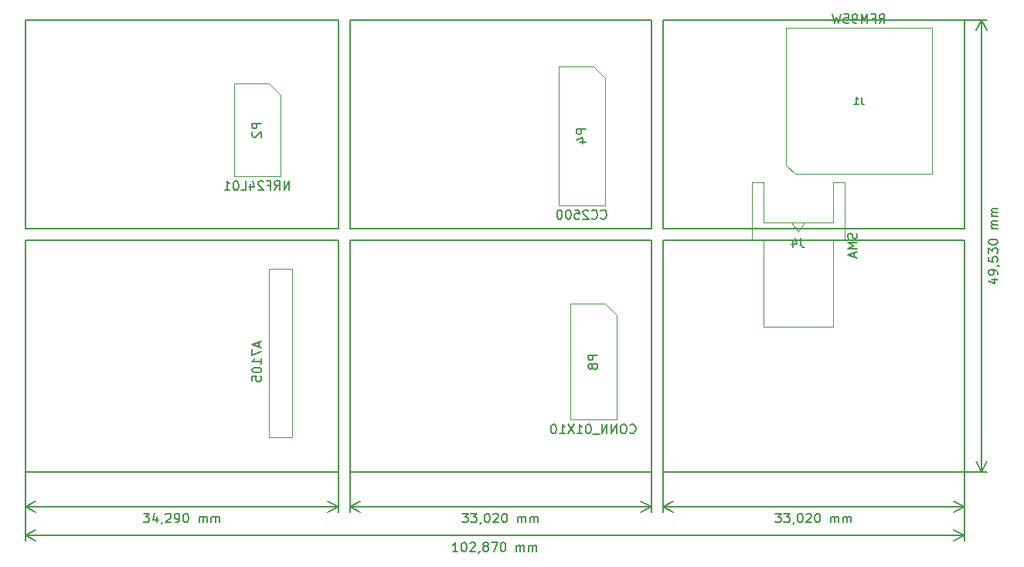
<source format=gbr>
G04 #@! TF.GenerationSoftware,KiCad,Pcbnew,(5.1.5)-3*
G04 #@! TF.CreationDate,2021-05-15T17:54:47+02:00*
G04 #@! TF.ProjectId,Adaptateurs_NiveauxSPI,41646170-7461-4746-9575-72735f4e6976,rev?*
G04 #@! TF.SameCoordinates,Original*
G04 #@! TF.FileFunction,Other,Fab,Bot*
%FSLAX46Y46*%
G04 Gerber Fmt 4.6, Leading zero omitted, Abs format (unit mm)*
G04 Created by KiCad (PCBNEW (5.1.5)-3) date 2021-05-15 17:54:47*
%MOMM*%
%LPD*%
G04 APERTURE LIST*
%ADD10C,0.150000*%
%ADD11C,0.200000*%
%ADD12C,0.100000*%
%ADD13C,0.120000*%
G04 APERTURE END LIST*
D10*
X213810714Y-91931666D02*
X214477380Y-91931666D01*
X213429761Y-92169761D02*
X214144047Y-92407857D01*
X214144047Y-91788809D01*
X214477380Y-91360238D02*
X214477380Y-91169761D01*
X214429761Y-91074523D01*
X214382142Y-91026904D01*
X214239285Y-90931666D01*
X214048809Y-90884047D01*
X213667857Y-90884047D01*
X213572619Y-90931666D01*
X213525000Y-90979285D01*
X213477380Y-91074523D01*
X213477380Y-91265000D01*
X213525000Y-91360238D01*
X213572619Y-91407857D01*
X213667857Y-91455476D01*
X213905952Y-91455476D01*
X214001190Y-91407857D01*
X214048809Y-91360238D01*
X214096428Y-91265000D01*
X214096428Y-91074523D01*
X214048809Y-90979285D01*
X214001190Y-90931666D01*
X213905952Y-90884047D01*
X214429761Y-90407857D02*
X214477380Y-90407857D01*
X214572619Y-90455476D01*
X214620238Y-90503095D01*
X213477380Y-89503095D02*
X213477380Y-89979285D01*
X213953571Y-90026904D01*
X213905952Y-89979285D01*
X213858333Y-89884047D01*
X213858333Y-89645952D01*
X213905952Y-89550714D01*
X213953571Y-89503095D01*
X214048809Y-89455476D01*
X214286904Y-89455476D01*
X214382142Y-89503095D01*
X214429761Y-89550714D01*
X214477380Y-89645952D01*
X214477380Y-89884047D01*
X214429761Y-89979285D01*
X214382142Y-90026904D01*
X213477380Y-89122142D02*
X213477380Y-88503095D01*
X213858333Y-88836428D01*
X213858333Y-88693571D01*
X213905952Y-88598333D01*
X213953571Y-88550714D01*
X214048809Y-88503095D01*
X214286904Y-88503095D01*
X214382142Y-88550714D01*
X214429761Y-88598333D01*
X214477380Y-88693571D01*
X214477380Y-88979285D01*
X214429761Y-89074523D01*
X214382142Y-89122142D01*
X213477380Y-87884047D02*
X213477380Y-87788809D01*
X213525000Y-87693571D01*
X213572619Y-87645952D01*
X213667857Y-87598333D01*
X213858333Y-87550714D01*
X214096428Y-87550714D01*
X214286904Y-87598333D01*
X214382142Y-87645952D01*
X214429761Y-87693571D01*
X214477380Y-87788809D01*
X214477380Y-87884047D01*
X214429761Y-87979285D01*
X214382142Y-88026904D01*
X214286904Y-88074523D01*
X214096428Y-88122142D01*
X213858333Y-88122142D01*
X213667857Y-88074523D01*
X213572619Y-88026904D01*
X213525000Y-87979285D01*
X213477380Y-87884047D01*
X214477380Y-86360238D02*
X213810714Y-86360238D01*
X213905952Y-86360238D02*
X213858333Y-86312619D01*
X213810714Y-86217380D01*
X213810714Y-86074523D01*
X213858333Y-85979285D01*
X213953571Y-85931666D01*
X214477380Y-85931666D01*
X213953571Y-85931666D02*
X213858333Y-85884047D01*
X213810714Y-85788809D01*
X213810714Y-85645952D01*
X213858333Y-85550714D01*
X213953571Y-85503095D01*
X214477380Y-85503095D01*
X214477380Y-85026904D02*
X213810714Y-85026904D01*
X213905952Y-85026904D02*
X213858333Y-84979285D01*
X213810714Y-84884047D01*
X213810714Y-84741190D01*
X213858333Y-84645952D01*
X213953571Y-84598333D01*
X214477380Y-84598333D01*
X213953571Y-84598333D02*
X213858333Y-84550714D01*
X213810714Y-84455476D01*
X213810714Y-84312619D01*
X213858333Y-84217380D01*
X213953571Y-84169761D01*
X214477380Y-84169761D01*
X212725000Y-113030000D02*
X212725000Y-63500000D01*
X210820000Y-113030000D02*
X213311421Y-113030000D01*
X210820000Y-63500000D02*
X213311421Y-63500000D01*
X212725000Y-63500000D02*
X213311421Y-64626504D01*
X212725000Y-63500000D02*
X212138579Y-64626504D01*
X212725000Y-113030000D02*
X213311421Y-111903496D01*
X212725000Y-113030000D02*
X212138579Y-111903496D01*
X155337380Y-121767379D02*
X154765952Y-121767379D01*
X155051666Y-121767379D02*
X155051666Y-120767379D01*
X154956428Y-120910237D01*
X154861190Y-121005475D01*
X154765952Y-121053094D01*
X155956428Y-120767379D02*
X156051666Y-120767379D01*
X156146904Y-120814999D01*
X156194523Y-120862618D01*
X156242142Y-120957856D01*
X156289761Y-121148332D01*
X156289761Y-121386427D01*
X156242142Y-121576903D01*
X156194523Y-121672141D01*
X156146904Y-121719760D01*
X156051666Y-121767379D01*
X155956428Y-121767379D01*
X155861190Y-121719760D01*
X155813571Y-121672141D01*
X155765952Y-121576903D01*
X155718333Y-121386427D01*
X155718333Y-121148332D01*
X155765952Y-120957856D01*
X155813571Y-120862618D01*
X155861190Y-120814999D01*
X155956428Y-120767379D01*
X156670714Y-120862618D02*
X156718333Y-120814999D01*
X156813571Y-120767379D01*
X157051666Y-120767379D01*
X157146904Y-120814999D01*
X157194523Y-120862618D01*
X157242142Y-120957856D01*
X157242142Y-121053094D01*
X157194523Y-121195951D01*
X156623095Y-121767379D01*
X157242142Y-121767379D01*
X157718333Y-121719760D02*
X157718333Y-121767379D01*
X157670714Y-121862618D01*
X157623095Y-121910237D01*
X158289761Y-121195951D02*
X158194523Y-121148332D01*
X158146904Y-121100713D01*
X158099285Y-121005475D01*
X158099285Y-120957856D01*
X158146904Y-120862618D01*
X158194523Y-120814999D01*
X158289761Y-120767379D01*
X158480238Y-120767379D01*
X158575476Y-120814999D01*
X158623095Y-120862618D01*
X158670714Y-120957856D01*
X158670714Y-121005475D01*
X158623095Y-121100713D01*
X158575476Y-121148332D01*
X158480238Y-121195951D01*
X158289761Y-121195951D01*
X158194523Y-121243570D01*
X158146904Y-121291189D01*
X158099285Y-121386427D01*
X158099285Y-121576903D01*
X158146904Y-121672141D01*
X158194523Y-121719760D01*
X158289761Y-121767379D01*
X158480238Y-121767379D01*
X158575476Y-121719760D01*
X158623095Y-121672141D01*
X158670714Y-121576903D01*
X158670714Y-121386427D01*
X158623095Y-121291189D01*
X158575476Y-121243570D01*
X158480238Y-121195951D01*
X159004047Y-120767379D02*
X159670714Y-120767379D01*
X159242142Y-121767379D01*
X160242142Y-120767379D02*
X160337380Y-120767379D01*
X160432619Y-120814999D01*
X160480238Y-120862618D01*
X160527857Y-120957856D01*
X160575476Y-121148332D01*
X160575476Y-121386427D01*
X160527857Y-121576903D01*
X160480238Y-121672141D01*
X160432619Y-121719760D01*
X160337380Y-121767379D01*
X160242142Y-121767379D01*
X160146904Y-121719760D01*
X160099285Y-121672141D01*
X160051666Y-121576903D01*
X160004047Y-121386427D01*
X160004047Y-121148332D01*
X160051666Y-120957856D01*
X160099285Y-120862618D01*
X160146904Y-120814999D01*
X160242142Y-120767379D01*
X161765952Y-121767379D02*
X161765952Y-121100713D01*
X161765952Y-121195951D02*
X161813571Y-121148332D01*
X161908809Y-121100713D01*
X162051666Y-121100713D01*
X162146904Y-121148332D01*
X162194523Y-121243570D01*
X162194523Y-121767379D01*
X162194523Y-121243570D02*
X162242142Y-121148332D01*
X162337380Y-121100713D01*
X162480238Y-121100713D01*
X162575476Y-121148332D01*
X162623095Y-121243570D01*
X162623095Y-121767379D01*
X163099285Y-121767379D02*
X163099285Y-121100713D01*
X163099285Y-121195951D02*
X163146904Y-121148332D01*
X163242142Y-121100713D01*
X163385000Y-121100713D01*
X163480238Y-121148332D01*
X163527857Y-121243570D01*
X163527857Y-121767379D01*
X163527857Y-121243570D02*
X163575476Y-121148332D01*
X163670714Y-121100713D01*
X163813571Y-121100713D01*
X163908809Y-121148332D01*
X163956428Y-121243570D01*
X163956428Y-121767379D01*
X107950000Y-120014999D02*
X210820000Y-120014999D01*
X107950000Y-113030000D02*
X107950000Y-120601420D01*
X210820000Y-113030000D02*
X210820000Y-120601420D01*
X210820000Y-120014999D02*
X209693496Y-120601420D01*
X210820000Y-120014999D02*
X209693496Y-119428578D01*
X107950000Y-120014999D02*
X109076504Y-120601420D01*
X107950000Y-120014999D02*
X109076504Y-119428578D01*
X120904523Y-117592379D02*
X121523571Y-117592379D01*
X121190238Y-117973332D01*
X121333095Y-117973332D01*
X121428333Y-118020951D01*
X121475952Y-118068570D01*
X121523571Y-118163808D01*
X121523571Y-118401903D01*
X121475952Y-118497141D01*
X121428333Y-118544760D01*
X121333095Y-118592379D01*
X121047380Y-118592379D01*
X120952142Y-118544760D01*
X120904523Y-118497141D01*
X122380714Y-117925713D02*
X122380714Y-118592379D01*
X122142619Y-117544760D02*
X121904523Y-118259046D01*
X122523571Y-118259046D01*
X122952142Y-118544760D02*
X122952142Y-118592379D01*
X122904523Y-118687618D01*
X122856904Y-118735237D01*
X123333095Y-117687618D02*
X123380714Y-117639999D01*
X123475952Y-117592379D01*
X123714047Y-117592379D01*
X123809285Y-117639999D01*
X123856904Y-117687618D01*
X123904523Y-117782856D01*
X123904523Y-117878094D01*
X123856904Y-118020951D01*
X123285476Y-118592379D01*
X123904523Y-118592379D01*
X124380714Y-118592379D02*
X124571190Y-118592379D01*
X124666428Y-118544760D01*
X124714047Y-118497141D01*
X124809285Y-118354284D01*
X124856904Y-118163808D01*
X124856904Y-117782856D01*
X124809285Y-117687618D01*
X124761666Y-117639999D01*
X124666428Y-117592379D01*
X124475952Y-117592379D01*
X124380714Y-117639999D01*
X124333095Y-117687618D01*
X124285476Y-117782856D01*
X124285476Y-118020951D01*
X124333095Y-118116189D01*
X124380714Y-118163808D01*
X124475952Y-118211427D01*
X124666428Y-118211427D01*
X124761666Y-118163808D01*
X124809285Y-118116189D01*
X124856904Y-118020951D01*
X125475952Y-117592379D02*
X125571190Y-117592379D01*
X125666428Y-117639999D01*
X125714047Y-117687618D01*
X125761666Y-117782856D01*
X125809285Y-117973332D01*
X125809285Y-118211427D01*
X125761666Y-118401903D01*
X125714047Y-118497141D01*
X125666428Y-118544760D01*
X125571190Y-118592379D01*
X125475952Y-118592379D01*
X125380714Y-118544760D01*
X125333095Y-118497141D01*
X125285476Y-118401903D01*
X125237857Y-118211427D01*
X125237857Y-117973332D01*
X125285476Y-117782856D01*
X125333095Y-117687618D01*
X125380714Y-117639999D01*
X125475952Y-117592379D01*
X126999761Y-118592379D02*
X126999761Y-117925713D01*
X126999761Y-118020951D02*
X127047380Y-117973332D01*
X127142619Y-117925713D01*
X127285476Y-117925713D01*
X127380714Y-117973332D01*
X127428333Y-118068570D01*
X127428333Y-118592379D01*
X127428333Y-118068570D02*
X127475952Y-117973332D01*
X127571190Y-117925713D01*
X127714047Y-117925713D01*
X127809285Y-117973332D01*
X127856904Y-118068570D01*
X127856904Y-118592379D01*
X128333095Y-118592379D02*
X128333095Y-117925713D01*
X128333095Y-118020951D02*
X128380714Y-117973332D01*
X128475952Y-117925713D01*
X128618809Y-117925713D01*
X128714047Y-117973332D01*
X128761666Y-118068570D01*
X128761666Y-118592379D01*
X128761666Y-118068570D02*
X128809285Y-117973332D01*
X128904523Y-117925713D01*
X129047380Y-117925713D01*
X129142619Y-117973332D01*
X129190238Y-118068570D01*
X129190238Y-118592379D01*
X107950000Y-116839999D02*
X142240000Y-116839999D01*
X107950000Y-113030000D02*
X107950000Y-117426420D01*
X142240000Y-113030000D02*
X142240000Y-117426420D01*
X142240000Y-116839999D02*
X141113496Y-117426420D01*
X142240000Y-116839999D02*
X141113496Y-116253578D01*
X107950000Y-116839999D02*
X109076504Y-117426420D01*
X107950000Y-116839999D02*
X109076504Y-116253578D01*
X155829523Y-117592379D02*
X156448571Y-117592379D01*
X156115238Y-117973332D01*
X156258095Y-117973332D01*
X156353333Y-118020951D01*
X156400952Y-118068570D01*
X156448571Y-118163808D01*
X156448571Y-118401903D01*
X156400952Y-118497141D01*
X156353333Y-118544760D01*
X156258095Y-118592379D01*
X155972380Y-118592379D01*
X155877142Y-118544760D01*
X155829523Y-118497141D01*
X156781904Y-117592379D02*
X157400952Y-117592379D01*
X157067619Y-117973332D01*
X157210476Y-117973332D01*
X157305714Y-118020951D01*
X157353333Y-118068570D01*
X157400952Y-118163808D01*
X157400952Y-118401903D01*
X157353333Y-118497141D01*
X157305714Y-118544760D01*
X157210476Y-118592379D01*
X156924761Y-118592379D01*
X156829523Y-118544760D01*
X156781904Y-118497141D01*
X157877142Y-118544760D02*
X157877142Y-118592379D01*
X157829523Y-118687618D01*
X157781904Y-118735237D01*
X158496190Y-117592379D02*
X158591428Y-117592379D01*
X158686666Y-117639999D01*
X158734285Y-117687618D01*
X158781904Y-117782856D01*
X158829523Y-117973332D01*
X158829523Y-118211427D01*
X158781904Y-118401903D01*
X158734285Y-118497141D01*
X158686666Y-118544760D01*
X158591428Y-118592379D01*
X158496190Y-118592379D01*
X158400952Y-118544760D01*
X158353333Y-118497141D01*
X158305714Y-118401903D01*
X158258095Y-118211427D01*
X158258095Y-117973332D01*
X158305714Y-117782856D01*
X158353333Y-117687618D01*
X158400952Y-117639999D01*
X158496190Y-117592379D01*
X159210476Y-117687618D02*
X159258095Y-117639999D01*
X159353333Y-117592379D01*
X159591428Y-117592379D01*
X159686666Y-117639999D01*
X159734285Y-117687618D01*
X159781904Y-117782856D01*
X159781904Y-117878094D01*
X159734285Y-118020951D01*
X159162857Y-118592379D01*
X159781904Y-118592379D01*
X160400952Y-117592379D02*
X160496190Y-117592379D01*
X160591428Y-117639999D01*
X160639047Y-117687618D01*
X160686666Y-117782856D01*
X160734285Y-117973332D01*
X160734285Y-118211427D01*
X160686666Y-118401903D01*
X160639047Y-118497141D01*
X160591428Y-118544760D01*
X160496190Y-118592379D01*
X160400952Y-118592379D01*
X160305714Y-118544760D01*
X160258095Y-118497141D01*
X160210476Y-118401903D01*
X160162857Y-118211427D01*
X160162857Y-117973332D01*
X160210476Y-117782856D01*
X160258095Y-117687618D01*
X160305714Y-117639999D01*
X160400952Y-117592379D01*
X161924761Y-118592379D02*
X161924761Y-117925713D01*
X161924761Y-118020951D02*
X161972380Y-117973332D01*
X162067619Y-117925713D01*
X162210476Y-117925713D01*
X162305714Y-117973332D01*
X162353333Y-118068570D01*
X162353333Y-118592379D01*
X162353333Y-118068570D02*
X162400952Y-117973332D01*
X162496190Y-117925713D01*
X162639047Y-117925713D01*
X162734285Y-117973332D01*
X162781904Y-118068570D01*
X162781904Y-118592379D01*
X163258095Y-118592379D02*
X163258095Y-117925713D01*
X163258095Y-118020951D02*
X163305714Y-117973332D01*
X163400952Y-117925713D01*
X163543809Y-117925713D01*
X163639047Y-117973332D01*
X163686666Y-118068570D01*
X163686666Y-118592379D01*
X163686666Y-118068570D02*
X163734285Y-117973332D01*
X163829523Y-117925713D01*
X163972380Y-117925713D01*
X164067619Y-117973332D01*
X164115238Y-118068570D01*
X164115238Y-118592379D01*
X143510000Y-116839999D02*
X176530000Y-116839999D01*
X143510000Y-113030000D02*
X143510000Y-117426420D01*
X176530000Y-113030000D02*
X176530000Y-117426420D01*
X176530000Y-116839999D02*
X175403496Y-117426420D01*
X176530000Y-116839999D02*
X175403496Y-116253578D01*
X143510000Y-116839999D02*
X144636504Y-117426420D01*
X143510000Y-116839999D02*
X144636504Y-116253578D01*
X190119523Y-117592379D02*
X190738571Y-117592379D01*
X190405238Y-117973332D01*
X190548095Y-117973332D01*
X190643333Y-118020951D01*
X190690952Y-118068570D01*
X190738571Y-118163808D01*
X190738571Y-118401903D01*
X190690952Y-118497141D01*
X190643333Y-118544760D01*
X190548095Y-118592379D01*
X190262380Y-118592379D01*
X190167142Y-118544760D01*
X190119523Y-118497141D01*
X191071904Y-117592379D02*
X191690952Y-117592379D01*
X191357619Y-117973332D01*
X191500476Y-117973332D01*
X191595714Y-118020951D01*
X191643333Y-118068570D01*
X191690952Y-118163808D01*
X191690952Y-118401903D01*
X191643333Y-118497141D01*
X191595714Y-118544760D01*
X191500476Y-118592379D01*
X191214761Y-118592379D01*
X191119523Y-118544760D01*
X191071904Y-118497141D01*
X192167142Y-118544760D02*
X192167142Y-118592379D01*
X192119523Y-118687618D01*
X192071904Y-118735237D01*
X192786190Y-117592379D02*
X192881428Y-117592379D01*
X192976666Y-117639999D01*
X193024285Y-117687618D01*
X193071904Y-117782856D01*
X193119523Y-117973332D01*
X193119523Y-118211427D01*
X193071904Y-118401903D01*
X193024285Y-118497141D01*
X192976666Y-118544760D01*
X192881428Y-118592379D01*
X192786190Y-118592379D01*
X192690952Y-118544760D01*
X192643333Y-118497141D01*
X192595714Y-118401903D01*
X192548095Y-118211427D01*
X192548095Y-117973332D01*
X192595714Y-117782856D01*
X192643333Y-117687618D01*
X192690952Y-117639999D01*
X192786190Y-117592379D01*
X193500476Y-117687618D02*
X193548095Y-117639999D01*
X193643333Y-117592379D01*
X193881428Y-117592379D01*
X193976666Y-117639999D01*
X194024285Y-117687618D01*
X194071904Y-117782856D01*
X194071904Y-117878094D01*
X194024285Y-118020951D01*
X193452857Y-118592379D01*
X194071904Y-118592379D01*
X194690952Y-117592379D02*
X194786190Y-117592379D01*
X194881428Y-117639999D01*
X194929047Y-117687618D01*
X194976666Y-117782856D01*
X195024285Y-117973332D01*
X195024285Y-118211427D01*
X194976666Y-118401903D01*
X194929047Y-118497141D01*
X194881428Y-118544760D01*
X194786190Y-118592379D01*
X194690952Y-118592379D01*
X194595714Y-118544760D01*
X194548095Y-118497141D01*
X194500476Y-118401903D01*
X194452857Y-118211427D01*
X194452857Y-117973332D01*
X194500476Y-117782856D01*
X194548095Y-117687618D01*
X194595714Y-117639999D01*
X194690952Y-117592379D01*
X196214761Y-118592379D02*
X196214761Y-117925713D01*
X196214761Y-118020951D02*
X196262380Y-117973332D01*
X196357619Y-117925713D01*
X196500476Y-117925713D01*
X196595714Y-117973332D01*
X196643333Y-118068570D01*
X196643333Y-118592379D01*
X196643333Y-118068570D02*
X196690952Y-117973332D01*
X196786190Y-117925713D01*
X196929047Y-117925713D01*
X197024285Y-117973332D01*
X197071904Y-118068570D01*
X197071904Y-118592379D01*
X197548095Y-118592379D02*
X197548095Y-117925713D01*
X197548095Y-118020951D02*
X197595714Y-117973332D01*
X197690952Y-117925713D01*
X197833809Y-117925713D01*
X197929047Y-117973332D01*
X197976666Y-118068570D01*
X197976666Y-118592379D01*
X197976666Y-118068570D02*
X198024285Y-117973332D01*
X198119523Y-117925713D01*
X198262380Y-117925713D01*
X198357619Y-117973332D01*
X198405238Y-118068570D01*
X198405238Y-118592379D01*
X177800000Y-116839999D02*
X210820000Y-116839999D01*
X177800000Y-113030000D02*
X177800000Y-117426420D01*
X210820000Y-113030000D02*
X210820000Y-117426420D01*
X210820000Y-116839999D02*
X209693496Y-117426420D01*
X210820000Y-116839999D02*
X209693496Y-116253578D01*
X177800000Y-116839999D02*
X178926504Y-117426420D01*
X177800000Y-116839999D02*
X178926504Y-116253578D01*
X177800000Y-113030000D02*
X177800000Y-87630000D01*
X210820000Y-113030000D02*
X177800000Y-113030000D01*
X210820000Y-87630000D02*
X210820000Y-113030000D01*
X187520000Y-87630000D02*
X210820000Y-87630000D01*
X210820000Y-86360000D02*
X187325000Y-86360000D01*
X210820000Y-63500000D02*
X210820000Y-86360000D01*
X177800000Y-63500000D02*
X210820000Y-63500000D01*
X177800000Y-86360000D02*
X177800000Y-63500000D01*
X187325000Y-86360000D02*
X177800000Y-86360000D01*
X177800000Y-87630000D02*
X188790000Y-87630000D01*
D11*
X143510000Y-87630000D02*
X143510000Y-113030000D01*
X176530000Y-87630000D02*
X143510000Y-87630000D01*
X176530000Y-113030000D02*
X176530000Y-87630000D01*
X143510000Y-113030000D02*
X176530000Y-113030000D01*
X142240000Y-87630000D02*
X107950000Y-87630000D01*
X142240000Y-113030000D02*
X142240000Y-87630000D01*
X107950000Y-113030000D02*
X142240000Y-113030000D01*
X107950000Y-87630000D02*
X107950000Y-113030000D01*
X143510000Y-63500000D02*
X143510000Y-86360000D01*
X176530000Y-63500000D02*
X143510000Y-63500000D01*
X176530000Y-86360000D02*
X176530000Y-63500000D01*
X143510000Y-86360000D02*
X176530000Y-86360000D01*
X107950000Y-63500000D02*
X107950000Y-86360000D01*
X142240000Y-63500000D02*
X107950000Y-63500000D01*
X142240000Y-86360000D02*
X142240000Y-63500000D01*
X107950000Y-86360000D02*
X142240000Y-86360000D01*
D12*
X135890000Y-71755000D02*
X134620000Y-70485000D01*
X135890000Y-80645000D02*
X135890000Y-71755000D01*
X130810000Y-80645000D02*
X135890000Y-80645000D01*
X130810000Y-70485000D02*
X130810000Y-80645000D01*
X134620000Y-70485000D02*
X130810000Y-70485000D01*
X170180000Y-68580000D02*
X166370000Y-68580000D01*
X166370000Y-68580000D02*
X166370000Y-83820000D01*
X166370000Y-83820000D02*
X171450000Y-83820000D01*
X171450000Y-83820000D02*
X171450000Y-69850000D01*
X171450000Y-69850000D02*
X170180000Y-68580000D01*
X134620000Y-90805000D02*
X134620000Y-109220000D01*
X137160000Y-109220000D02*
X137160000Y-90805000D01*
X137160000Y-109220000D02*
X134620000Y-109220000D01*
X134620000Y-90805000D02*
X137160000Y-90805000D01*
X171450000Y-94615000D02*
X167640000Y-94615000D01*
X167640000Y-94615000D02*
X167640000Y-107315000D01*
X167640000Y-107315000D02*
X172720000Y-107315000D01*
X172720000Y-107315000D02*
X172720000Y-95885000D01*
X172720000Y-95885000D02*
X171450000Y-94615000D01*
D13*
X191280000Y-64405000D02*
X207280000Y-64405000D01*
X207280000Y-64405000D02*
X207280000Y-80405000D01*
X207280000Y-80405000D02*
X192280000Y-80405000D01*
X192280000Y-80405000D02*
X191280000Y-79405000D01*
X191280000Y-79405000D02*
X191280000Y-64405000D01*
D12*
X197680000Y-81275000D02*
X197680000Y-87630000D01*
X196410000Y-81275000D02*
X197680000Y-81275000D01*
X196410000Y-85725000D02*
X196410000Y-81275000D01*
X188790000Y-85725000D02*
X196410000Y-85725000D01*
X188790000Y-81275000D02*
X188790000Y-85725000D01*
X187520000Y-81275000D02*
X188790000Y-81275000D01*
X187520000Y-81275000D02*
X187520000Y-87630000D01*
X188790000Y-87630000D02*
X187520000Y-87630000D01*
X197680000Y-87630000D02*
X196410000Y-87630000D01*
X196410000Y-97155000D02*
X196410000Y-87630000D01*
X188790000Y-97155000D02*
X196410000Y-97155000D01*
X188790000Y-87630000D02*
X188790000Y-97155000D01*
X191850000Y-85725000D02*
X192600000Y-86725000D01*
X192600000Y-86725000D02*
X193350000Y-85725000D01*
D10*
X136873809Y-82157380D02*
X136873809Y-81157380D01*
X136302380Y-82157380D01*
X136302380Y-81157380D01*
X135254761Y-82157380D02*
X135588095Y-81681190D01*
X135826190Y-82157380D02*
X135826190Y-81157380D01*
X135445238Y-81157380D01*
X135350000Y-81205000D01*
X135302380Y-81252619D01*
X135254761Y-81347857D01*
X135254761Y-81490714D01*
X135302380Y-81585952D01*
X135350000Y-81633571D01*
X135445238Y-81681190D01*
X135826190Y-81681190D01*
X134492857Y-81633571D02*
X134826190Y-81633571D01*
X134826190Y-82157380D02*
X134826190Y-81157380D01*
X134350000Y-81157380D01*
X134016666Y-81252619D02*
X133969047Y-81205000D01*
X133873809Y-81157380D01*
X133635714Y-81157380D01*
X133540476Y-81205000D01*
X133492857Y-81252619D01*
X133445238Y-81347857D01*
X133445238Y-81443095D01*
X133492857Y-81585952D01*
X134064285Y-82157380D01*
X133445238Y-82157380D01*
X132588095Y-81490714D02*
X132588095Y-82157380D01*
X132826190Y-81109761D02*
X133064285Y-81824047D01*
X132445238Y-81824047D01*
X131588095Y-82157380D02*
X132064285Y-82157380D01*
X132064285Y-81157380D01*
X131064285Y-81157380D02*
X130969047Y-81157380D01*
X130873809Y-81205000D01*
X130826190Y-81252619D01*
X130778571Y-81347857D01*
X130730952Y-81538333D01*
X130730952Y-81776428D01*
X130778571Y-81966904D01*
X130826190Y-82062142D01*
X130873809Y-82109761D01*
X130969047Y-82157380D01*
X131064285Y-82157380D01*
X131159523Y-82109761D01*
X131207142Y-82062142D01*
X131254761Y-81966904D01*
X131302380Y-81776428D01*
X131302380Y-81538333D01*
X131254761Y-81347857D01*
X131207142Y-81252619D01*
X131159523Y-81205000D01*
X131064285Y-81157380D01*
X129778571Y-82157380D02*
X130350000Y-82157380D01*
X130064285Y-82157380D02*
X130064285Y-81157380D01*
X130159523Y-81300238D01*
X130254761Y-81395476D01*
X130350000Y-81443095D01*
X133802380Y-74826904D02*
X132802380Y-74826904D01*
X132802380Y-75207857D01*
X132850000Y-75303095D01*
X132897619Y-75350714D01*
X132992857Y-75398333D01*
X133135714Y-75398333D01*
X133230952Y-75350714D01*
X133278571Y-75303095D01*
X133326190Y-75207857D01*
X133326190Y-74826904D01*
X132897619Y-75779285D02*
X132850000Y-75826904D01*
X132802380Y-75922142D01*
X132802380Y-76160238D01*
X132850000Y-76255476D01*
X132897619Y-76303095D01*
X132992857Y-76350714D01*
X133088095Y-76350714D01*
X133230952Y-76303095D01*
X133802380Y-75731666D01*
X133802380Y-76350714D01*
X171005238Y-85237142D02*
X171052857Y-85284761D01*
X171195714Y-85332380D01*
X171290952Y-85332380D01*
X171433809Y-85284761D01*
X171529047Y-85189523D01*
X171576666Y-85094285D01*
X171624285Y-84903809D01*
X171624285Y-84760952D01*
X171576666Y-84570476D01*
X171529047Y-84475238D01*
X171433809Y-84380000D01*
X171290952Y-84332380D01*
X171195714Y-84332380D01*
X171052857Y-84380000D01*
X171005238Y-84427619D01*
X170005238Y-85237142D02*
X170052857Y-85284761D01*
X170195714Y-85332380D01*
X170290952Y-85332380D01*
X170433809Y-85284761D01*
X170529047Y-85189523D01*
X170576666Y-85094285D01*
X170624285Y-84903809D01*
X170624285Y-84760952D01*
X170576666Y-84570476D01*
X170529047Y-84475238D01*
X170433809Y-84380000D01*
X170290952Y-84332380D01*
X170195714Y-84332380D01*
X170052857Y-84380000D01*
X170005238Y-84427619D01*
X169624285Y-84427619D02*
X169576666Y-84380000D01*
X169481428Y-84332380D01*
X169243333Y-84332380D01*
X169148095Y-84380000D01*
X169100476Y-84427619D01*
X169052857Y-84522857D01*
X169052857Y-84618095D01*
X169100476Y-84760952D01*
X169671904Y-85332380D01*
X169052857Y-85332380D01*
X168148095Y-84332380D02*
X168624285Y-84332380D01*
X168671904Y-84808571D01*
X168624285Y-84760952D01*
X168529047Y-84713333D01*
X168290952Y-84713333D01*
X168195714Y-84760952D01*
X168148095Y-84808571D01*
X168100476Y-84903809D01*
X168100476Y-85141904D01*
X168148095Y-85237142D01*
X168195714Y-85284761D01*
X168290952Y-85332380D01*
X168529047Y-85332380D01*
X168624285Y-85284761D01*
X168671904Y-85237142D01*
X167481428Y-84332380D02*
X167386190Y-84332380D01*
X167290952Y-84380000D01*
X167243333Y-84427619D01*
X167195714Y-84522857D01*
X167148095Y-84713333D01*
X167148095Y-84951428D01*
X167195714Y-85141904D01*
X167243333Y-85237142D01*
X167290952Y-85284761D01*
X167386190Y-85332380D01*
X167481428Y-85332380D01*
X167576666Y-85284761D01*
X167624285Y-85237142D01*
X167671904Y-85141904D01*
X167719523Y-84951428D01*
X167719523Y-84713333D01*
X167671904Y-84522857D01*
X167624285Y-84427619D01*
X167576666Y-84380000D01*
X167481428Y-84332380D01*
X166529047Y-84332380D02*
X166433809Y-84332380D01*
X166338571Y-84380000D01*
X166290952Y-84427619D01*
X166243333Y-84522857D01*
X166195714Y-84713333D01*
X166195714Y-84951428D01*
X166243333Y-85141904D01*
X166290952Y-85237142D01*
X166338571Y-85284761D01*
X166433809Y-85332380D01*
X166529047Y-85332380D01*
X166624285Y-85284761D01*
X166671904Y-85237142D01*
X166719523Y-85141904D01*
X166767142Y-84951428D01*
X166767142Y-84713333D01*
X166719523Y-84522857D01*
X166671904Y-84427619D01*
X166624285Y-84380000D01*
X166529047Y-84332380D01*
X169362380Y-75461904D02*
X168362380Y-75461904D01*
X168362380Y-75842857D01*
X168410000Y-75938095D01*
X168457619Y-75985714D01*
X168552857Y-76033333D01*
X168695714Y-76033333D01*
X168790952Y-75985714D01*
X168838571Y-75938095D01*
X168886190Y-75842857D01*
X168886190Y-75461904D01*
X168695714Y-76890476D02*
X169362380Y-76890476D01*
X168314761Y-76652380D02*
X169029047Y-76414285D01*
X169029047Y-77033333D01*
X133516666Y-98822142D02*
X133516666Y-99298333D01*
X133802380Y-98726904D02*
X132802380Y-99060238D01*
X133802380Y-99393571D01*
X132802380Y-99631666D02*
X132802380Y-100298333D01*
X133802380Y-99869761D01*
X133802380Y-101203095D02*
X133802380Y-100631666D01*
X133802380Y-100917380D02*
X132802380Y-100917380D01*
X132945238Y-100822142D01*
X133040476Y-100726904D01*
X133088095Y-100631666D01*
X132802380Y-101822142D02*
X132802380Y-101917380D01*
X132850000Y-102012619D01*
X132897619Y-102060238D01*
X132992857Y-102107857D01*
X133183333Y-102155476D01*
X133421428Y-102155476D01*
X133611904Y-102107857D01*
X133707142Y-102060238D01*
X133754761Y-102012619D01*
X133802380Y-101917380D01*
X133802380Y-101822142D01*
X133754761Y-101726904D01*
X133707142Y-101679285D01*
X133611904Y-101631666D01*
X133421428Y-101584047D01*
X133183333Y-101584047D01*
X132992857Y-101631666D01*
X132897619Y-101679285D01*
X132850000Y-101726904D01*
X132802380Y-101822142D01*
X132802380Y-103060238D02*
X132802380Y-102584047D01*
X133278571Y-102536428D01*
X133230952Y-102584047D01*
X133183333Y-102679285D01*
X133183333Y-102917380D01*
X133230952Y-103012619D01*
X133278571Y-103060238D01*
X133373809Y-103107857D01*
X133611904Y-103107857D01*
X133707142Y-103060238D01*
X133754761Y-103012619D01*
X133802380Y-102917380D01*
X133802380Y-102679285D01*
X133754761Y-102584047D01*
X133707142Y-102536428D01*
X174203809Y-108732142D02*
X174251428Y-108779761D01*
X174394285Y-108827380D01*
X174489523Y-108827380D01*
X174632380Y-108779761D01*
X174727619Y-108684523D01*
X174775238Y-108589285D01*
X174822857Y-108398809D01*
X174822857Y-108255952D01*
X174775238Y-108065476D01*
X174727619Y-107970238D01*
X174632380Y-107875000D01*
X174489523Y-107827380D01*
X174394285Y-107827380D01*
X174251428Y-107875000D01*
X174203809Y-107922619D01*
X173584761Y-107827380D02*
X173394285Y-107827380D01*
X173299047Y-107875000D01*
X173203809Y-107970238D01*
X173156190Y-108160714D01*
X173156190Y-108494047D01*
X173203809Y-108684523D01*
X173299047Y-108779761D01*
X173394285Y-108827380D01*
X173584761Y-108827380D01*
X173680000Y-108779761D01*
X173775238Y-108684523D01*
X173822857Y-108494047D01*
X173822857Y-108160714D01*
X173775238Y-107970238D01*
X173680000Y-107875000D01*
X173584761Y-107827380D01*
X172727619Y-108827380D02*
X172727619Y-107827380D01*
X172156190Y-108827380D01*
X172156190Y-107827380D01*
X171680000Y-108827380D02*
X171680000Y-107827380D01*
X171108571Y-108827380D01*
X171108571Y-107827380D01*
X170870476Y-108922619D02*
X170108571Y-108922619D01*
X169680000Y-107827380D02*
X169584761Y-107827380D01*
X169489523Y-107875000D01*
X169441904Y-107922619D01*
X169394285Y-108017857D01*
X169346666Y-108208333D01*
X169346666Y-108446428D01*
X169394285Y-108636904D01*
X169441904Y-108732142D01*
X169489523Y-108779761D01*
X169584761Y-108827380D01*
X169680000Y-108827380D01*
X169775238Y-108779761D01*
X169822857Y-108732142D01*
X169870476Y-108636904D01*
X169918095Y-108446428D01*
X169918095Y-108208333D01*
X169870476Y-108017857D01*
X169822857Y-107922619D01*
X169775238Y-107875000D01*
X169680000Y-107827380D01*
X168394285Y-108827380D02*
X168965714Y-108827380D01*
X168680000Y-108827380D02*
X168680000Y-107827380D01*
X168775238Y-107970238D01*
X168870476Y-108065476D01*
X168965714Y-108113095D01*
X168060952Y-107827380D02*
X167394285Y-108827380D01*
X167394285Y-107827380D02*
X168060952Y-108827380D01*
X166489523Y-108827380D02*
X167060952Y-108827380D01*
X166775238Y-108827380D02*
X166775238Y-107827380D01*
X166870476Y-107970238D01*
X166965714Y-108065476D01*
X167060952Y-108113095D01*
X165870476Y-107827380D02*
X165775238Y-107827380D01*
X165680000Y-107875000D01*
X165632380Y-107922619D01*
X165584761Y-108017857D01*
X165537142Y-108208333D01*
X165537142Y-108446428D01*
X165584761Y-108636904D01*
X165632380Y-108732142D01*
X165680000Y-108779761D01*
X165775238Y-108827380D01*
X165870476Y-108827380D01*
X165965714Y-108779761D01*
X166013333Y-108732142D01*
X166060952Y-108636904D01*
X166108571Y-108446428D01*
X166108571Y-108208333D01*
X166060952Y-108017857D01*
X166013333Y-107922619D01*
X165965714Y-107875000D01*
X165870476Y-107827380D01*
X170632380Y-100226904D02*
X169632380Y-100226904D01*
X169632380Y-100607857D01*
X169680000Y-100703095D01*
X169727619Y-100750714D01*
X169822857Y-100798333D01*
X169965714Y-100798333D01*
X170060952Y-100750714D01*
X170108571Y-100703095D01*
X170156190Y-100607857D01*
X170156190Y-100226904D01*
X170060952Y-101369761D02*
X170013333Y-101274523D01*
X169965714Y-101226904D01*
X169870476Y-101179285D01*
X169822857Y-101179285D01*
X169727619Y-101226904D01*
X169680000Y-101274523D01*
X169632380Y-101369761D01*
X169632380Y-101560238D01*
X169680000Y-101655476D01*
X169727619Y-101703095D01*
X169822857Y-101750714D01*
X169870476Y-101750714D01*
X169965714Y-101703095D01*
X170013333Y-101655476D01*
X170060952Y-101560238D01*
X170060952Y-101369761D01*
X170108571Y-101274523D01*
X170156190Y-101226904D01*
X170251428Y-101179285D01*
X170441904Y-101179285D01*
X170537142Y-101226904D01*
X170584761Y-101274523D01*
X170632380Y-101369761D01*
X170632380Y-101560238D01*
X170584761Y-101655476D01*
X170537142Y-101703095D01*
X170441904Y-101750714D01*
X170251428Y-101750714D01*
X170156190Y-101703095D01*
X170108571Y-101655476D01*
X170060952Y-101560238D01*
X201494285Y-63857380D02*
X201827619Y-63381190D01*
X202065714Y-63857380D02*
X202065714Y-62857380D01*
X201684761Y-62857380D01*
X201589523Y-62905000D01*
X201541904Y-62952619D01*
X201494285Y-63047857D01*
X201494285Y-63190714D01*
X201541904Y-63285952D01*
X201589523Y-63333571D01*
X201684761Y-63381190D01*
X202065714Y-63381190D01*
X200732380Y-63333571D02*
X201065714Y-63333571D01*
X201065714Y-63857380D02*
X201065714Y-62857380D01*
X200589523Y-62857380D01*
X200208571Y-63857380D02*
X200208571Y-62857380D01*
X199875238Y-63571666D01*
X199541904Y-62857380D01*
X199541904Y-63857380D01*
X199018095Y-63857380D02*
X198827619Y-63857380D01*
X198732380Y-63809761D01*
X198684761Y-63762142D01*
X198589523Y-63619285D01*
X198541904Y-63428809D01*
X198541904Y-63047857D01*
X198589523Y-62952619D01*
X198637142Y-62905000D01*
X198732380Y-62857380D01*
X198922857Y-62857380D01*
X199018095Y-62905000D01*
X199065714Y-62952619D01*
X199113333Y-63047857D01*
X199113333Y-63285952D01*
X199065714Y-63381190D01*
X199018095Y-63428809D01*
X198922857Y-63476428D01*
X198732380Y-63476428D01*
X198637142Y-63428809D01*
X198589523Y-63381190D01*
X198541904Y-63285952D01*
X197637142Y-62857380D02*
X198113333Y-62857380D01*
X198160952Y-63333571D01*
X198113333Y-63285952D01*
X198018095Y-63238333D01*
X197780000Y-63238333D01*
X197684761Y-63285952D01*
X197637142Y-63333571D01*
X197589523Y-63428809D01*
X197589523Y-63666904D01*
X197637142Y-63762142D01*
X197684761Y-63809761D01*
X197780000Y-63857380D01*
X198018095Y-63857380D01*
X198113333Y-63809761D01*
X198160952Y-63762142D01*
X197256190Y-62857380D02*
X197018095Y-63857380D01*
X196827619Y-63143095D01*
X196637142Y-63857380D01*
X196399047Y-62857380D01*
X199546666Y-71966904D02*
X199546666Y-72538333D01*
X199584761Y-72652619D01*
X199660952Y-72728809D01*
X199775238Y-72766904D01*
X199851428Y-72766904D01*
X198746666Y-72766904D02*
X199203809Y-72766904D01*
X198975238Y-72766904D02*
X198975238Y-71966904D01*
X199051428Y-72081190D01*
X199127619Y-72157380D01*
X199203809Y-72195476D01*
X199004761Y-86899285D02*
X199052380Y-87042142D01*
X199052380Y-87280238D01*
X199004761Y-87375476D01*
X198957142Y-87423095D01*
X198861904Y-87470714D01*
X198766666Y-87470714D01*
X198671428Y-87423095D01*
X198623809Y-87375476D01*
X198576190Y-87280238D01*
X198528571Y-87089761D01*
X198480952Y-86994523D01*
X198433333Y-86946904D01*
X198338095Y-86899285D01*
X198242857Y-86899285D01*
X198147619Y-86946904D01*
X198100000Y-86994523D01*
X198052380Y-87089761D01*
X198052380Y-87327857D01*
X198100000Y-87470714D01*
X199052380Y-87899285D02*
X198052380Y-87899285D01*
X198766666Y-88232619D01*
X198052380Y-88565952D01*
X199052380Y-88565952D01*
X198766666Y-88994523D02*
X198766666Y-89470714D01*
X199052380Y-88899285D02*
X198052380Y-89232619D01*
X199052380Y-89565952D01*
X192933333Y-87427380D02*
X192933333Y-88141666D01*
X192980952Y-88284523D01*
X193076190Y-88379761D01*
X193219047Y-88427380D01*
X193314285Y-88427380D01*
X192028571Y-87760714D02*
X192028571Y-88427380D01*
X192266666Y-87379761D02*
X192504761Y-88094047D01*
X191885714Y-88094047D01*
M02*

</source>
